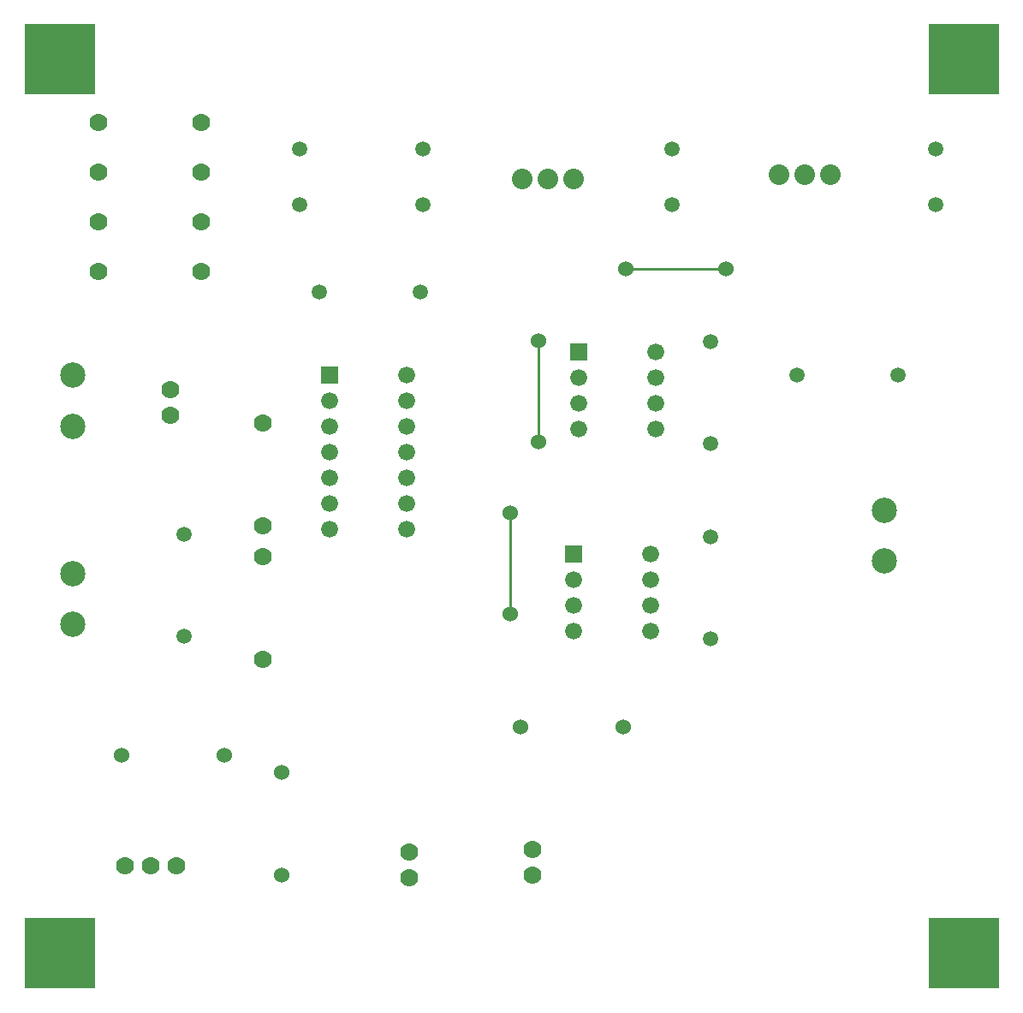
<source format=gtl>
G04 Layer_Physical_Order=1*
G04 Layer_Color=255*
%FSLAX25Y25*%
%MOIN*%
G70*
G01*
G75*
%ADD10C,0.01000*%
%ADD11C,0.07000*%
%ADD12C,0.06000*%
%ADD13C,0.09842*%
%ADD14C,0.05905*%
%ADD15R,0.06600X0.06600*%
%ADD16C,0.06600*%
%ADD17C,0.08000*%
%ADD18R,0.27559X0.27559*%
D10*
X207000Y-168500D02*
Y-129000D01*
X241000Y-101000D02*
X280000D01*
X196000Y-235500D02*
Y-196000D01*
D11*
X99500Y-161000D02*
D03*
Y-201000D02*
D03*
Y-213000D02*
D03*
Y-253000D02*
D03*
X204500Y-327000D02*
D03*
Y-337000D02*
D03*
X66000Y-333500D02*
D03*
X56000D02*
D03*
X46000D02*
D03*
X35500Y-102000D02*
D03*
X75500D02*
D03*
X156500Y-328000D02*
D03*
Y-338000D02*
D03*
X35500Y-44000D02*
D03*
X75500D02*
D03*
Y-82667D02*
D03*
X35500D02*
D03*
X75500Y-63333D02*
D03*
X35500D02*
D03*
X63500Y-148000D02*
D03*
Y-158000D02*
D03*
D12*
X207000Y-168500D02*
D03*
Y-129000D02*
D03*
X84500Y-290500D02*
D03*
X44500D02*
D03*
X107000Y-337000D02*
D03*
Y-297000D02*
D03*
X240000Y-279500D02*
D03*
X200000D02*
D03*
X241000Y-101000D02*
D03*
X280000D02*
D03*
X196000Y-196000D02*
D03*
Y-235500D02*
D03*
D13*
X25500Y-239500D02*
D03*
Y-219815D02*
D03*
X341500Y-214685D02*
D03*
Y-195000D02*
D03*
X25500Y-142500D02*
D03*
Y-162185D02*
D03*
D14*
X69000Y-243870D02*
D03*
Y-204500D02*
D03*
X274000Y-168870D02*
D03*
Y-129500D02*
D03*
Y-244870D02*
D03*
Y-205500D02*
D03*
X121500Y-110000D02*
D03*
X160870D02*
D03*
X307630Y-142500D02*
D03*
X347000D02*
D03*
X259000Y-54347D02*
D03*
Y-76000D02*
D03*
X361500Y-54347D02*
D03*
Y-76000D02*
D03*
X114000Y-54347D02*
D03*
Y-76000D02*
D03*
X162000Y-54347D02*
D03*
Y-76000D02*
D03*
D15*
X125500Y-142500D02*
D03*
X220500Y-212000D02*
D03*
X222500Y-133500D02*
D03*
D16*
X125500Y-152500D02*
D03*
Y-162500D02*
D03*
Y-172500D02*
D03*
Y-182500D02*
D03*
Y-192500D02*
D03*
Y-202500D02*
D03*
X155500D02*
D03*
Y-192500D02*
D03*
Y-182500D02*
D03*
Y-172500D02*
D03*
Y-162500D02*
D03*
Y-152500D02*
D03*
Y-142500D02*
D03*
X220500Y-222000D02*
D03*
Y-232000D02*
D03*
Y-242000D02*
D03*
X250500D02*
D03*
Y-232000D02*
D03*
Y-222000D02*
D03*
Y-212000D02*
D03*
X222500Y-143500D02*
D03*
Y-153500D02*
D03*
Y-163500D02*
D03*
X252500D02*
D03*
Y-153500D02*
D03*
Y-143500D02*
D03*
Y-133500D02*
D03*
D17*
X220500Y-66000D02*
D03*
X210500D02*
D03*
X200500D02*
D03*
X320500Y-64500D02*
D03*
X310500D02*
D03*
X300500D02*
D03*
D18*
X20500Y-367500D02*
D03*
X372500D02*
D03*
Y-19500D02*
D03*
X20500D02*
D03*
M02*

</source>
